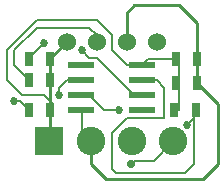
<source format=gbr>
G04 EAGLE Gerber RS-274X export*
G75*
%MOMM*%
%FSLAX34Y34*%
%LPD*%
%INTop Copper*%
%IPPOS*%
%AMOC8*
5,1,8,0,0,1.08239X$1,22.5*%
G01*
%ADD10R,2.413000X2.413000*%
%ADD11C,2.413000*%
%ADD12C,1.524000*%
%ADD13R,2.209800X0.609600*%
%ADD14R,0.800000X1.200000*%
%ADD15C,0.254000*%
%ADD16C,0.203200*%
%ADD17C,0.685800*%
%ADD18C,0.705600*%


D10*
X-3151372Y-2814090D03*
D11*
X-3116372Y-2814090D03*
X-3081372Y-2814090D03*
X-3046372Y-2814090D03*
D12*
X-3136900Y-2729738D03*
X-3111500Y-2729738D03*
X-3086100Y-2729738D03*
X-3060700Y-2729738D03*
D13*
X-3124962Y-2749550D03*
X-3124962Y-2762250D03*
X-3124962Y-2774950D03*
X-3124962Y-2787650D03*
X-3072638Y-2787650D03*
X-3072638Y-2774950D03*
X-3072638Y-2762250D03*
X-3072638Y-2749550D03*
D14*
X-3168760Y-2787650D03*
X-3150760Y-2787650D03*
X-3027570Y-2787650D03*
X-3045570Y-2787650D03*
X-3044300Y-2744470D03*
X-3026300Y-2744470D03*
X-3044300Y-2764790D03*
X-3026300Y-2764790D03*
X-3168760Y-2744470D03*
X-3150760Y-2744470D03*
X-3168760Y-2762250D03*
X-3150760Y-2762250D03*
D15*
X-3086100Y-2729738D02*
X-3086100Y-2705100D01*
X-3080085Y-2699085D01*
X-3041315Y-2699085D01*
X-3026300Y-2714100D02*
X-3026300Y-2744470D01*
X-3026300Y-2714100D02*
X-3041315Y-2699085D01*
X-3026300Y-2744470D02*
X-3026300Y-2764790D01*
X-3008885Y-2782205D01*
X-3116372Y-2814090D02*
X-3116372Y-2833578D01*
X-3008885Y-2833625D02*
X-3008885Y-2782205D01*
X-3008885Y-2833625D02*
X-3021330Y-2846070D01*
X-3103880Y-2846070D01*
X-3116372Y-2833578D01*
D16*
X-3124200Y-2806700D02*
X-3124200Y-2787650D01*
X-3124200Y-2806700D02*
X-3117850Y-2813050D01*
X-3124200Y-2787650D02*
X-3124962Y-2787650D01*
X-3117850Y-2813050D02*
X-3116372Y-2814090D01*
X-3072638Y-2749550D02*
X-3067558Y-2744470D01*
X-3044300Y-2744470D01*
D15*
X-3136900Y-2729738D02*
X-3150760Y-2743598D01*
X-3150760Y-2744470D01*
X-3150760Y-2762250D01*
X-3150760Y-2781300D01*
X-3150760Y-2787650D01*
X-3150760Y-2813478D01*
X-3151372Y-2814090D01*
D16*
X-3041650Y-2787650D02*
X-3041650Y-2768600D01*
X-3041650Y-2787650D02*
X-3045570Y-2787650D01*
X-3041650Y-2768600D02*
X-3044300Y-2764790D01*
X-3041650Y-2762250D02*
X-3041650Y-2749550D01*
X-3041650Y-2762250D02*
X-3044300Y-2764790D01*
X-3041650Y-2749550D02*
X-3044300Y-2744470D01*
X-3072638Y-2749550D02*
X-3086100Y-2749550D01*
X-3098800Y-2736850D01*
X-3098800Y-2724150D01*
X-3111500Y-2711450D01*
X-3162300Y-2711450D01*
X-3187700Y-2736850D01*
X-3187700Y-2762250D01*
X-3175000Y-2774950D01*
X-3155950Y-2774950D01*
X-3149600Y-2781300D01*
X-3150760Y-2781300D01*
X-3168650Y-2762250D02*
X-3181350Y-2749550D01*
X-3181350Y-2736850D01*
X-3162300Y-2717800D01*
X-3117850Y-2717800D01*
X-3111500Y-2724150D01*
X-3168650Y-2762250D02*
X-3168760Y-2762250D01*
X-3111500Y-2729738D02*
X-3111500Y-2724150D01*
X-3155950Y-2730500D02*
X-3168650Y-2743200D01*
X-3168760Y-2744470D01*
D17*
X-3155950Y-2730500D03*
D18*
X-3082290Y-2833370D03*
D16*
X-3079750Y-2830830D01*
X-3063112Y-2830830D02*
X-3046372Y-2814090D01*
X-3063112Y-2830830D02*
X-3079750Y-2830830D01*
X-3092450Y-2787650D02*
X-3105150Y-2787650D01*
X-3117850Y-2774950D01*
X-3124962Y-2774950D01*
D17*
X-3092450Y-2787650D03*
D16*
X-3117850Y-2743200D02*
X-3124200Y-2736850D01*
X-3117850Y-2743200D02*
X-3111500Y-2743200D01*
X-3079750Y-2774950D01*
X-3072638Y-2774950D01*
D17*
X-3124200Y-2736850D03*
D16*
X-3028950Y-2787650D02*
X-3028950Y-2794000D01*
X-3035300Y-2800350D01*
X-3028950Y-2787650D02*
X-3027570Y-2787650D01*
X-3060700Y-2762250D02*
X-3072638Y-2762250D01*
X-3060700Y-2762250D02*
X-3054350Y-2768600D01*
X-3054350Y-2794000D01*
X-3086100Y-2794000D01*
X-3098800Y-2806700D01*
X-3098800Y-2837180D01*
X-3094990Y-2840990D01*
X-3036570Y-2840990D01*
X-3028950Y-2833370D01*
X-3028950Y-2794000D01*
D17*
X-3035300Y-2800350D03*
D16*
X-3176380Y-2780030D02*
X-3181350Y-2780030D01*
X-3176380Y-2780030D02*
X-3168760Y-2787650D01*
X-3168650Y-2787650D01*
X-3136900Y-2762250D02*
X-3124962Y-2762250D01*
X-3136900Y-2762250D02*
X-3143250Y-2768600D01*
X-3143250Y-2774950D01*
D17*
X-3181350Y-2780030D03*
X-3143250Y-2774950D03*
M02*

</source>
